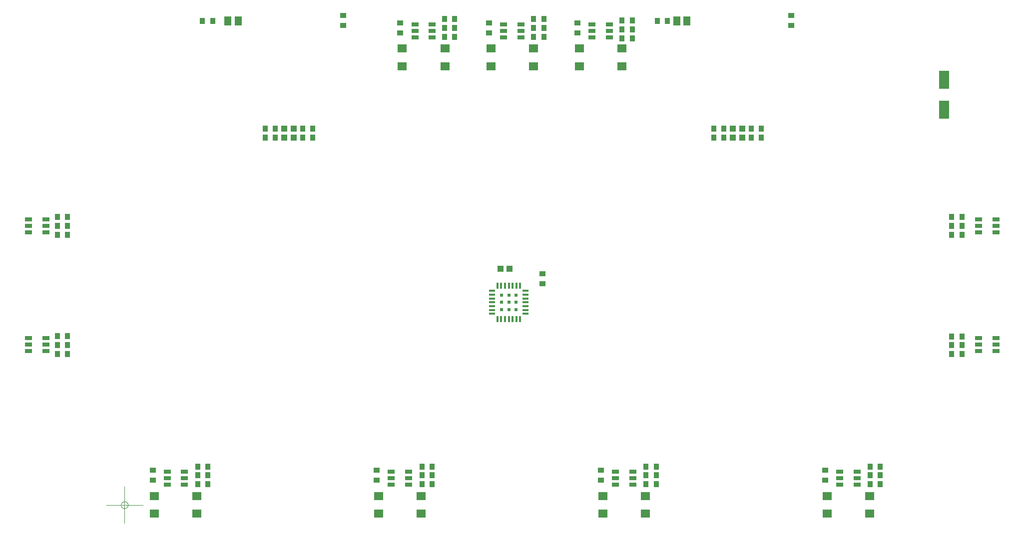
<source format=gtp>
%FSTAX23Y23*%
%MOIN*%
%SFA1B1*%

%IPPOS*%
%ADD15C,0.000512*%
%ADD16R,0.023622X0.023622*%
%ADD17R,0.051181X0.059055*%
%ADD18R,0.039370X0.039370*%
%ADD19R,0.051181X0.027559*%
%ADD20R,0.035433X0.039370*%
%ADD21R,0.062992X0.055118*%
%ADD22R,0.011811X0.041339*%
%ADD23R,0.041339X0.011811*%
%ADD24R,0.070866X0.120078*%
%ADD25R,0.039370X0.035433*%
%LNduo_x-1*%
%LPD*%
G54D15*
X00023Y0D02*
D01*
X00023Y00001*
X00023Y00003*
X00023Y00004*
X00022Y00006*
X00022Y00008*
X00021Y00009*
X0002Y00011*
X0002Y00012*
X00019Y00013*
X00018Y00015*
X00016Y00016*
X00015Y00017*
X00014Y00018*
X00013Y00019*
X00011Y0002*
X0001Y00021*
X00008Y00021*
X00007Y00022*
X00005Y00022*
X00004Y00023*
X00002Y00023*
X0Y00023*
X0*
X-00002Y00023*
X-00004Y00023*
X-00005Y00022*
X-00007Y00022*
X-00008Y00021*
X-0001Y00021*
X-00011Y0002*
X-00013Y00019*
X-00014Y00018*
X-00015Y00017*
X-00016Y00016*
X-00018Y00015*
X-00019Y00013*
X-0002Y00012*
X-0002Y00011*
X-00021Y00009*
X-00022Y00008*
X-00022Y00006*
X-00023Y00004*
X-00023Y00003*
X-00023Y00001*
X-00023Y0*
X-00023Y-00001*
X-00023Y-00003*
X-00023Y-00004*
X-00022Y-00006*
X-00022Y-00008*
X-00021Y-00009*
X-0002Y-00011*
X-0002Y-00012*
X-00019Y-00013*
X-00018Y-00015*
X-00016Y-00016*
X-00015Y-00017*
X-00014Y-00018*
X-00013Y-00019*
X-00011Y-0002*
X-0001Y-00021*
X-00008Y-00021*
X-00007Y-00022*
X-00005Y-00022*
X-00004Y-00023*
X-00002Y-00023*
X0Y-00023*
X0*
X00002Y-00023*
X00004Y-00023*
X00005Y-00022*
X00007Y-00022*
X00008Y-00021*
X0001Y-00021*
X00011Y-0002*
X00013Y-00019*
X00014Y-00018*
X00015Y-00017*
X00016Y-00016*
X00018Y-00015*
X00019Y-00013*
X0002Y-00012*
X0002Y-00011*
X00021Y-00009*
X00022Y-00008*
X00022Y-00006*
X00023Y-00004*
X00023Y-00003*
X00023Y-00001*
X00023Y0*
X0Y-00122D02*
Y-00098D01*
Y0D02*
Y00098D01*
Y00122*
Y-00098D02*
Y0D01*
X-00098D02*
X0D01*
X-00122D02*
X-00098D01*
X00098D02*
X00122D01*
X0D02*
X00098D01*
G54D16*
X02565Y01307D03*
Y01402D03*
X02517Y01307D03*
X02565Y01355D03*
X02612D03*
Y01402D03*
Y01307D03*
X02517Y01402D03*
Y01355D03*
G54D17*
X03686Y03235D03*
X03753D03*
X00758D03*
X00691D03*
G54D18*
X02508Y0158D03*
X02571D03*
X04059Y02515D03*
X04122D03*
X04122Y02455D03*
X04059D03*
X01129Y02455D03*
X01066D03*
X01066Y02515D03*
X01129D03*
G54D19*
X05816Y01115D03*
Y01072D03*
Y01028D03*
X057Y01115D03*
Y01072D03*
Y01028D03*
X-00642Y01824D03*
Y01867D03*
Y0191D03*
X-00525Y01824D03*
Y01867D03*
Y0191D03*
X057Y01824D03*
Y01867D03*
Y0191D03*
X05816Y01824D03*
Y01867D03*
Y0191D03*
X-00642Y01028D03*
Y01072D03*
Y01115D03*
X-00525Y01028D03*
Y01072D03*
Y01115D03*
X04773Y00135D03*
Y00178D03*
Y00221D03*
X04889Y00135D03*
Y00178D03*
Y00221D03*
X03277Y00135D03*
Y00178D03*
Y00221D03*
X03393Y00135D03*
Y00178D03*
Y00221D03*
X01781Y00135D03*
Y00178D03*
Y00221D03*
X01897Y00135D03*
Y00178D03*
Y00221D03*
X00285Y00135D03*
Y00178D03*
Y00221D03*
X00401Y00135D03*
Y00178D03*
Y00221D03*
X03119Y03127D03*
Y0317D03*
Y03213D03*
X03235Y03127D03*
Y0317D03*
Y03213D03*
X02529Y03127D03*
Y0317D03*
Y03213D03*
X02645Y03127D03*
Y0317D03*
Y03213D03*
X01938Y03127D03*
Y0317D03*
Y03213D03*
X02054Y03127D03*
Y0317D03*
Y03213D03*
G54D20*
X05521Y01009D03*
X05588D03*
X03556Y03235D03*
X03623D03*
X00588D03*
X00521D03*
X-00448Y01865D03*
X-00381D03*
X-00448Y01805D03*
X-00381D03*
X-00448Y01925D03*
X-00381D03*
X05588Y01865D03*
X05521D03*
X05588Y01807D03*
X05521D03*
X05588Y01925D03*
X05521D03*
X05588Y01069D03*
X05521D03*
X05588Y01127D03*
X05521D03*
X-00448Y01069D03*
X-00381D03*
X-00448Y01009D03*
X-00381D03*
X-00448Y01129D03*
X-00381D03*
X05044Y0014D03*
X04977D03*
X05044Y00199D03*
X04977D03*
X05044Y00257D03*
X04977D03*
X03548Y0014D03*
X03481D03*
X03548Y00199D03*
X03481D03*
X03548Y00257D03*
X03481D03*
X02052Y0014D03*
X01985D03*
X02052Y00199D03*
X01985D03*
X02052Y00257D03*
X01985D03*
X00556Y0014D03*
X00489D03*
X00556Y00199D03*
X00489D03*
X00556Y00257D03*
X00489D03*
X03388Y0312D03*
X03321D03*
X03388Y0318D03*
X03321D03*
X03388Y03239D03*
X03321D03*
X02798Y0313D03*
X02731D03*
X02798Y0319D03*
X02731D03*
X02798Y0325D03*
X02731D03*
X02202Y0319D03*
X02135D03*
X02202Y0325D03*
X02135D03*
X02202Y0313D03*
X02135D03*
X04249Y02515D03*
X04182D03*
Y02455D03*
X04249D03*
X03932Y02515D03*
X03999D03*
Y02455D03*
X03932D03*
X01189D03*
X01256D03*
Y02515D03*
X01189D03*
X01006Y02455D03*
X00939D03*
Y02515D03*
X01006D03*
G54D21*
X04973Y0006D03*
X04689D03*
Y-00057D03*
X04973D03*
X03477D03*
X03193D03*
Y0006D03*
X03477D03*
X0198Y-00057D03*
X01697D03*
Y0006D03*
X0198D03*
X00484Y-00057D03*
X00201D03*
Y0006D03*
X00484D03*
X03319Y02934D03*
X03036D03*
Y03052D03*
X03319D03*
X02728Y02934D03*
X02445D03*
Y03052D03*
X02728D03*
X02138Y02934D03*
X01854D03*
Y03052D03*
X02138D03*
G54D22*
X02488Y01467D03*
X02513D03*
X02539D03*
X02565D03*
X0259D03*
X02616D03*
X02641D03*
Y01242D03*
X02616D03*
X0259D03*
X02565D03*
X02539D03*
X02513D03*
X02488D03*
G54D23*
X02677Y01431D03*
Y01406D03*
Y0138D03*
Y01355D03*
Y01329D03*
Y01303D03*
Y01278D03*
X02452D03*
Y01303D03*
Y01329D03*
Y01355D03*
Y0138D03*
Y01406D03*
Y01431D03*
G54D24*
X0547Y02841D03*
Y02644D03*
G54D25*
X04676Y00232D03*
Y00165D03*
X0318Y00232D03*
Y00165D03*
X01684Y00232D03*
Y00165D03*
X00188Y00232D03*
Y00165D03*
X03022Y03224D03*
Y03157D03*
X02432Y03224D03*
Y03157D03*
X01841Y03224D03*
Y03157D03*
X0445Y03206D03*
Y03273D03*
X0146Y03206D03*
Y03273D03*
X0279Y0148D03*
Y01546D03*
M02*
</source>
